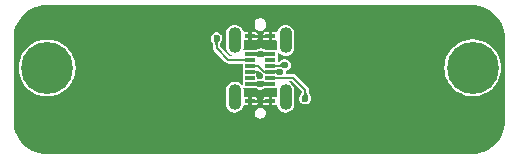
<source format=gbr>
%TF.GenerationSoftware,KiCad,Pcbnew,(6.0.2)*%
%TF.CreationDate,2022-03-01T17:48:04+01:00*%
%TF.ProjectId,daughterboard,64617567-6874-4657-9262-6f6172642e6b,1.0*%
%TF.SameCoordinates,Original*%
%TF.FileFunction,Copper,L2,Bot*%
%TF.FilePolarity,Positive*%
%FSLAX46Y46*%
G04 Gerber Fmt 4.6, Leading zero omitted, Abs format (unit mm)*
G04 Created by KiCad (PCBNEW (6.0.2)) date 2022-03-01 17:48:04*
%MOMM*%
%LPD*%
G01*
G04 APERTURE LIST*
%TA.AperFunction,ComponentPad*%
%ADD10C,4.400000*%
%TD*%
%TA.AperFunction,SMDPad,CuDef*%
%ADD11R,0.870000X0.300000*%
%TD*%
%TA.AperFunction,ComponentPad*%
%ADD12O,1.100000X2.200000*%
%TD*%
%TA.AperFunction,ViaPad*%
%ADD13C,0.600000*%
%TD*%
%TA.AperFunction,Conductor*%
%ADD14C,0.300000*%
%TD*%
%TA.AperFunction,Conductor*%
%ADD15C,0.200000*%
%TD*%
G04 APERTURE END LIST*
D10*
%TO.P,H2,1,1*%
%TO.N,unconnected-(H2-Pad1)*%
X84508000Y-56560000D03*
%TD*%
%TO.P,H1,1,1*%
%TO.N,Net-(FB2-Pad1)*%
X120539000Y-56529000D03*
%TD*%
D11*
%TO.P,J1,A1,GND*%
%TO.N,GND*%
X103416000Y-59380000D03*
%TO.P,J1,A4,VBUS*%
%TO.N,Net-(F1-Pad1)*%
X103416000Y-57880000D03*
%TO.P,J1,A5,CC1*%
%TO.N,Net-(J1-PadA5)*%
X103416000Y-57380000D03*
%TO.P,J1,A6,D+*%
%TO.N,/DUSB+*%
X103416000Y-56880000D03*
%TO.P,J1,A7,D-*%
%TO.N,/DUSB-*%
X103416000Y-56380000D03*
%TO.P,J1,A8,SBU1*%
%TO.N,unconnected-(J1-PadA8)*%
X103416000Y-55880000D03*
%TO.P,J1,A9,VBUS*%
%TO.N,Net-(F1-Pad1)*%
X103416000Y-55380000D03*
%TO.P,J1,A12,GND*%
%TO.N,GND*%
X103416000Y-53880000D03*
%TO.P,J1,B1,GND*%
X101686000Y-53880000D03*
%TO.P,J1,B4,VBUS*%
%TO.N,Net-(F1-Pad1)*%
X101686000Y-55380000D03*
%TO.P,J1,B5,CC2*%
%TO.N,Net-(J1-PadB5)*%
X101686000Y-55880000D03*
%TO.P,J1,B6,D+*%
%TO.N,/DUSB+*%
X101686000Y-56380000D03*
%TO.P,J1,B7,D-*%
%TO.N,/DUSB-*%
X101686000Y-56880000D03*
%TO.P,J1,B8,SBU2*%
%TO.N,unconnected-(J1-PadB8)*%
X101686000Y-57380000D03*
%TO.P,J1,B9,VBUS*%
%TO.N,Net-(F1-Pad1)*%
X101686000Y-57880000D03*
%TO.P,J1,B12,GND*%
%TO.N,GND*%
X101686000Y-59380000D03*
D12*
%TO.P,J1,S1,SHIELD*%
%TO.N,Net-(FB2-Pad1)*%
X104701000Y-59030000D03*
%TO.P,J1,S2*%
%TO.N,N/C*%
X100401000Y-59030000D03*
%TO.P,J1,S3*%
X104701000Y-54230000D03*
%TO.P,J1,S4*%
X100401000Y-54230000D03*
%TD*%
D13*
%TO.N,GND*%
X102548000Y-54460000D03*
X102555000Y-58809000D03*
%TO.N,Net-(F1-Pad1)*%
X102582000Y-55387000D03*
X102549341Y-57911830D03*
%TO.N,/DUSB+*%
X104218000Y-56880500D03*
%TO.N,/DUSB-*%
X104638000Y-56309500D03*
X102520138Y-57212938D03*
%TO.N,Net-(J1-PadA5)*%
X106361000Y-59148000D03*
%TO.N,Net-(J1-PadB5)*%
X98849000Y-54054000D03*
%TD*%
D14*
%TO.N,Net-(F1-Pad1)*%
X102582000Y-55387000D02*
X102577000Y-55387000D01*
X103416000Y-57880000D02*
X102678000Y-57880000D01*
X102577000Y-55387000D02*
X102570000Y-55380000D01*
X102678000Y-57880000D02*
X101686000Y-57880000D01*
X102570000Y-55380000D02*
X101686000Y-55380000D01*
X103416000Y-55380000D02*
X102570000Y-55380000D01*
D15*
%TO.N,/DUSB+*%
X103416000Y-56880000D02*
X104217500Y-56880000D01*
X102393616Y-56380000D02*
X101686000Y-56380000D01*
X104217500Y-56880000D02*
X104218000Y-56880500D01*
X102893616Y-56880000D02*
X102393616Y-56380000D01*
X103416000Y-56880000D02*
X102893616Y-56880000D01*
%TO.N,/DUSB-*%
X102187200Y-56880000D02*
X102520138Y-57212938D01*
X104638000Y-56309500D02*
X104567500Y-56380000D01*
X101686000Y-56880000D02*
X102187200Y-56880000D01*
X104567500Y-56380000D02*
X103416000Y-56380000D01*
%TO.N,Net-(J1-PadA5)*%
X103416000Y-57380000D02*
X105351000Y-57380000D01*
X106361000Y-58390000D02*
X106361000Y-59148000D01*
X105351000Y-57380000D02*
X106361000Y-58390000D01*
%TO.N,Net-(J1-PadB5)*%
X99861000Y-55880000D02*
X98849000Y-54868000D01*
X98849000Y-54868000D02*
X98849000Y-54054000D01*
X101686000Y-55880000D02*
X99861000Y-55880000D01*
%TD*%
%TA.AperFunction,Conductor*%
%TO.N,Net-(J1-PadA5)*%
G36*
X106457968Y-58561427D02*
G01*
X106461388Y-58569298D01*
X106463310Y-58625298D01*
X106469971Y-58681799D01*
X106480574Y-58729770D01*
X106494713Y-58771479D01*
X106511981Y-58809193D01*
X106531970Y-58845182D01*
X106532021Y-58845265D01*
X106532023Y-58845269D01*
X106554274Y-58881713D01*
X106578399Y-58920913D01*
X106578561Y-58921184D01*
X106604054Y-58965225D01*
X106604318Y-58965706D01*
X106627145Y-59009789D01*
X106627906Y-59018710D01*
X106625188Y-59023278D01*
X106369433Y-59289231D01*
X106361229Y-59292819D01*
X106352567Y-59289231D01*
X106096812Y-59023278D01*
X106093547Y-59014939D01*
X106094855Y-59009788D01*
X106117681Y-58965706D01*
X106117945Y-58965225D01*
X106143438Y-58921184D01*
X106143600Y-58920913D01*
X106167725Y-58881713D01*
X106189976Y-58845269D01*
X106189978Y-58845265D01*
X106190029Y-58845182D01*
X106210018Y-58809193D01*
X106227286Y-58771479D01*
X106241425Y-58729770D01*
X106252028Y-58681799D01*
X106258689Y-58625298D01*
X106260612Y-58569298D01*
X106264321Y-58561148D01*
X106272305Y-58558000D01*
X106449695Y-58558000D01*
X106457968Y-58561427D01*
G37*
%TD.AperFunction*%
%TD*%
%TA.AperFunction,Conductor*%
%TO.N,/DUSB+*%
G36*
X101758617Y-56248300D02*
G01*
X101772004Y-56254407D01*
X101791328Y-56261957D01*
X101809997Y-56267854D01*
X101828647Y-56272302D01*
X101828837Y-56272334D01*
X101828844Y-56272335D01*
X101836097Y-56273540D01*
X101847920Y-56275505D01*
X101848086Y-56275522D01*
X101848097Y-56275524D01*
X101868329Y-56277655D01*
X101868341Y-56277656D01*
X101868455Y-56277668D01*
X101868561Y-56277674D01*
X101868582Y-56277676D01*
X101890814Y-56278990D01*
X101890839Y-56278991D01*
X101890890Y-56278994D01*
X101890981Y-56278997D01*
X101890993Y-56278997D01*
X101908982Y-56279497D01*
X101915867Y-56279689D01*
X101944023Y-56279956D01*
X101948093Y-56279962D01*
X101964316Y-56279984D01*
X101972585Y-56283422D01*
X101976000Y-56291684D01*
X101976000Y-56468316D01*
X101972573Y-56476589D01*
X101964317Y-56480016D01*
X101944023Y-56480043D01*
X101915867Y-56480310D01*
X101908982Y-56480502D01*
X101890993Y-56481002D01*
X101890981Y-56481002D01*
X101890890Y-56481005D01*
X101890839Y-56481008D01*
X101890814Y-56481009D01*
X101868582Y-56482323D01*
X101868561Y-56482325D01*
X101868455Y-56482331D01*
X101868341Y-56482343D01*
X101868329Y-56482344D01*
X101848097Y-56484475D01*
X101848086Y-56484477D01*
X101847920Y-56484494D01*
X101836097Y-56486459D01*
X101828844Y-56487664D01*
X101828837Y-56487665D01*
X101828647Y-56487697D01*
X101809997Y-56492145D01*
X101791328Y-56498042D01*
X101772004Y-56505592D01*
X101771859Y-56505658D01*
X101771857Y-56505659D01*
X101758618Y-56511699D01*
X101749668Y-56512016D01*
X101745651Y-56509488D01*
X101619769Y-56388433D01*
X101616181Y-56380229D01*
X101619769Y-56371567D01*
X101702838Y-56291684D01*
X101745651Y-56250512D01*
X101753990Y-56247247D01*
X101758617Y-56248300D01*
G37*
%TD.AperFunction*%
%TD*%
%TA.AperFunction,Conductor*%
%TO.N,/DUSB+*%
G36*
X103356348Y-56750512D02*
G01*
X103491000Y-56880000D01*
X103416000Y-56952124D01*
X103385968Y-56981005D01*
X103356349Y-57009488D01*
X103348010Y-57012753D01*
X103343384Y-57011700D01*
X103329995Y-57005592D01*
X103310671Y-56998042D01*
X103292002Y-56992145D01*
X103273352Y-56987697D01*
X103273162Y-56987665D01*
X103273155Y-56987664D01*
X103265902Y-56986459D01*
X103254079Y-56984494D01*
X103253913Y-56984477D01*
X103253902Y-56984475D01*
X103233670Y-56982344D01*
X103233658Y-56982343D01*
X103233544Y-56982331D01*
X103233438Y-56982325D01*
X103233417Y-56982323D01*
X103211185Y-56981009D01*
X103211160Y-56981008D01*
X103211109Y-56981005D01*
X103211018Y-56981002D01*
X103211006Y-56981002D01*
X103193017Y-56980502D01*
X103186132Y-56980310D01*
X103157976Y-56980043D01*
X103137683Y-56980016D01*
X103129416Y-56976578D01*
X103126000Y-56968316D01*
X103126000Y-56791684D01*
X103129427Y-56783411D01*
X103137684Y-56779984D01*
X103153927Y-56779962D01*
X103157976Y-56779956D01*
X103186132Y-56779689D01*
X103193017Y-56779497D01*
X103211006Y-56778997D01*
X103211018Y-56778997D01*
X103211109Y-56778994D01*
X103211160Y-56778991D01*
X103211185Y-56778990D01*
X103233417Y-56777676D01*
X103233438Y-56777674D01*
X103233544Y-56777668D01*
X103233658Y-56777656D01*
X103233670Y-56777655D01*
X103253902Y-56775524D01*
X103253913Y-56775522D01*
X103254079Y-56775505D01*
X103265902Y-56773540D01*
X103273155Y-56772335D01*
X103273162Y-56772334D01*
X103273352Y-56772302D01*
X103292002Y-56767854D01*
X103310671Y-56761957D01*
X103329995Y-56754407D01*
X103343383Y-56748300D01*
X103352333Y-56747984D01*
X103356348Y-56750512D01*
G37*
%TD.AperFunction*%
%TD*%
%TA.AperFunction,Conductor*%
%TO.N,/DUSB-*%
G36*
X102128011Y-56781753D02*
G01*
X102137588Y-56781993D01*
X102138289Y-56782032D01*
X102204949Y-56787749D01*
X102205787Y-56787851D01*
X102246197Y-56794317D01*
X102262564Y-56796936D01*
X102263486Y-56797122D01*
X102313149Y-56809230D01*
X102314014Y-56809476D01*
X102359425Y-56824325D01*
X102360077Y-56824560D01*
X102404035Y-56841888D01*
X102404356Y-56842020D01*
X102449624Y-56861565D01*
X102449655Y-56861579D01*
X102479695Y-56874654D01*
X102498703Y-56882927D01*
X102498737Y-56882941D01*
X102498758Y-56882950D01*
X102526768Y-56894459D01*
X102554129Y-56905702D01*
X102554243Y-56905744D01*
X102611108Y-56926785D01*
X102617678Y-56932870D01*
X102618746Y-56937529D01*
X102625966Y-57306839D01*
X102622701Y-57315178D01*
X102614039Y-57318766D01*
X102488513Y-57316312D01*
X102245482Y-57311561D01*
X102237279Y-57307973D01*
X102234433Y-57302972D01*
X102224226Y-57265944D01*
X102223974Y-57264818D01*
X102221668Y-57251410D01*
X102221499Y-57249427D01*
X102221499Y-57220102D01*
X102215669Y-57190787D01*
X102215030Y-57189830D01*
X102215028Y-57189826D01*
X102213595Y-57187682D01*
X102211707Y-57182579D01*
X102210573Y-57173151D01*
X102210571Y-57173135D01*
X102205397Y-57129593D01*
X102205397Y-57129591D01*
X102205379Y-57129442D01*
X102198301Y-57089012D01*
X102187152Y-57053117D01*
X102169741Y-57023012D01*
X102143879Y-56999953D01*
X102107377Y-56985197D01*
X102093421Y-56983727D01*
X102068520Y-56981103D01*
X102060652Y-56976828D01*
X102058046Y-56969467D01*
X102058046Y-56791997D01*
X102061473Y-56783724D01*
X102070039Y-56780301D01*
X102128011Y-56781753D01*
G37*
%TD.AperFunction*%
%TD*%
%TA.AperFunction,Conductor*%
%TO.N,/DUSB-*%
G36*
X101758617Y-56748300D02*
G01*
X101772004Y-56754407D01*
X101791328Y-56761957D01*
X101809997Y-56767854D01*
X101828647Y-56772302D01*
X101828837Y-56772334D01*
X101828844Y-56772335D01*
X101836097Y-56773540D01*
X101847920Y-56775505D01*
X101848086Y-56775522D01*
X101848097Y-56775524D01*
X101868329Y-56777655D01*
X101868341Y-56777656D01*
X101868455Y-56777668D01*
X101868561Y-56777674D01*
X101868582Y-56777676D01*
X101890814Y-56778990D01*
X101890839Y-56778991D01*
X101890890Y-56778994D01*
X101890981Y-56778997D01*
X101890993Y-56778997D01*
X101908982Y-56779497D01*
X101915867Y-56779689D01*
X101944023Y-56779956D01*
X101948093Y-56779962D01*
X101964316Y-56779984D01*
X101972585Y-56783422D01*
X101976000Y-56791684D01*
X101976000Y-56968316D01*
X101972573Y-56976589D01*
X101964317Y-56980016D01*
X101944023Y-56980043D01*
X101915867Y-56980310D01*
X101908982Y-56980502D01*
X101890993Y-56981002D01*
X101890981Y-56981002D01*
X101890890Y-56981005D01*
X101890839Y-56981008D01*
X101890814Y-56981009D01*
X101868582Y-56982323D01*
X101868561Y-56982325D01*
X101868455Y-56982331D01*
X101868341Y-56982343D01*
X101868329Y-56982344D01*
X101848097Y-56984475D01*
X101848086Y-56984477D01*
X101847920Y-56984494D01*
X101836097Y-56986459D01*
X101828844Y-56987664D01*
X101828837Y-56987665D01*
X101828647Y-56987697D01*
X101809997Y-56992145D01*
X101791328Y-56998042D01*
X101772004Y-57005592D01*
X101771859Y-57005658D01*
X101771857Y-57005659D01*
X101758618Y-57011699D01*
X101749668Y-57012016D01*
X101745651Y-57009488D01*
X101619769Y-56888433D01*
X101616181Y-56880229D01*
X101619769Y-56871567D01*
X101702838Y-56791684D01*
X101745651Y-56750512D01*
X101753990Y-56747247D01*
X101758617Y-56748300D01*
G37*
%TD.AperFunction*%
%TD*%
%TA.AperFunction,Conductor*%
%TO.N,/DUSB-*%
G36*
X104456175Y-56080751D02*
G01*
X104773569Y-56269031D01*
X104778936Y-56276199D01*
X104777422Y-56285452D01*
X104653648Y-56476658D01*
X104582555Y-56586482D01*
X104576913Y-56595197D01*
X104569540Y-56600280D01*
X104564235Y-56600185D01*
X104509793Y-56586482D01*
X104509222Y-56586323D01*
X104484605Y-56578781D01*
X104479759Y-56575867D01*
X104456342Y-56552450D01*
X104343304Y-56494854D01*
X104218000Y-56475008D01*
X104152955Y-56485310D01*
X104150069Y-56485406D01*
X104143304Y-56484793D01*
X104112993Y-56482044D01*
X104112840Y-56482040D01*
X104112826Y-56482039D01*
X104048883Y-56480308D01*
X104040706Y-56476658D01*
X104037500Y-56468612D01*
X104037500Y-56291268D01*
X104040927Y-56282995D01*
X104048760Y-56279576D01*
X104100709Y-56277620D01*
X104153895Y-56270635D01*
X104160260Y-56269031D01*
X104198593Y-56259371D01*
X104198600Y-56259369D01*
X104198976Y-56259274D01*
X104237875Y-56243767D01*
X104272513Y-56224343D01*
X104304811Y-56201231D01*
X104336689Y-56174662D01*
X104336817Y-56174548D01*
X104370062Y-56144872D01*
X104370069Y-56144865D01*
X104406787Y-56112146D01*
X104406967Y-56111989D01*
X104442660Y-56081872D01*
X104451194Y-56079156D01*
X104456175Y-56080751D01*
G37*
%TD.AperFunction*%
%TD*%
%TA.AperFunction,Conductor*%
%TO.N,/DUSB-*%
G36*
X103488617Y-56248300D02*
G01*
X103502004Y-56254407D01*
X103521328Y-56261957D01*
X103539997Y-56267854D01*
X103558647Y-56272302D01*
X103558837Y-56272334D01*
X103558844Y-56272335D01*
X103566097Y-56273540D01*
X103577920Y-56275505D01*
X103578086Y-56275522D01*
X103578097Y-56275524D01*
X103598329Y-56277655D01*
X103598341Y-56277656D01*
X103598455Y-56277668D01*
X103598561Y-56277674D01*
X103598582Y-56277676D01*
X103620814Y-56278990D01*
X103620839Y-56278991D01*
X103620890Y-56278994D01*
X103620981Y-56278997D01*
X103620993Y-56278997D01*
X103638982Y-56279497D01*
X103645867Y-56279689D01*
X103674023Y-56279956D01*
X103678093Y-56279962D01*
X103694316Y-56279984D01*
X103702585Y-56283422D01*
X103706000Y-56291684D01*
X103706000Y-56468316D01*
X103702573Y-56476589D01*
X103694317Y-56480016D01*
X103674023Y-56480043D01*
X103645867Y-56480310D01*
X103638982Y-56480502D01*
X103620993Y-56481002D01*
X103620981Y-56481002D01*
X103620890Y-56481005D01*
X103620839Y-56481008D01*
X103620814Y-56481009D01*
X103598582Y-56482323D01*
X103598561Y-56482325D01*
X103598455Y-56482331D01*
X103598341Y-56482343D01*
X103598329Y-56482344D01*
X103578097Y-56484475D01*
X103578086Y-56484477D01*
X103577920Y-56484494D01*
X103566097Y-56486459D01*
X103558844Y-56487664D01*
X103558837Y-56487665D01*
X103558647Y-56487697D01*
X103539997Y-56492145D01*
X103521328Y-56498042D01*
X103502004Y-56505592D01*
X103501859Y-56505658D01*
X103501857Y-56505659D01*
X103488618Y-56511699D01*
X103479668Y-56512016D01*
X103475651Y-56509488D01*
X103349769Y-56388433D01*
X103346181Y-56380229D01*
X103349769Y-56371567D01*
X103432838Y-56291684D01*
X103475651Y-56250512D01*
X103483990Y-56247247D01*
X103488617Y-56248300D01*
G37*
%TD.AperFunction*%
%TD*%
%TA.AperFunction,Conductor*%
%TO.N,Net-(J1-PadA5)*%
G36*
X103488617Y-57248300D02*
G01*
X103502004Y-57254407D01*
X103521328Y-57261957D01*
X103539997Y-57267854D01*
X103558647Y-57272302D01*
X103558837Y-57272334D01*
X103558844Y-57272335D01*
X103566097Y-57273540D01*
X103577920Y-57275505D01*
X103578086Y-57275522D01*
X103578097Y-57275524D01*
X103598329Y-57277655D01*
X103598341Y-57277656D01*
X103598455Y-57277668D01*
X103598561Y-57277674D01*
X103598582Y-57277676D01*
X103620814Y-57278990D01*
X103620839Y-57278991D01*
X103620890Y-57278994D01*
X103620981Y-57278997D01*
X103620993Y-57278997D01*
X103638982Y-57279497D01*
X103645867Y-57279689D01*
X103674023Y-57279956D01*
X103678093Y-57279962D01*
X103694316Y-57279984D01*
X103702585Y-57283422D01*
X103706000Y-57291684D01*
X103706000Y-57468316D01*
X103702573Y-57476589D01*
X103694317Y-57480016D01*
X103674023Y-57480043D01*
X103645867Y-57480310D01*
X103638982Y-57480502D01*
X103620993Y-57481002D01*
X103620981Y-57481002D01*
X103620890Y-57481005D01*
X103620839Y-57481008D01*
X103620814Y-57481009D01*
X103598582Y-57482323D01*
X103598561Y-57482325D01*
X103598455Y-57482331D01*
X103598341Y-57482343D01*
X103598329Y-57482344D01*
X103578097Y-57484475D01*
X103578086Y-57484477D01*
X103577920Y-57484494D01*
X103566097Y-57486459D01*
X103558844Y-57487664D01*
X103558837Y-57487665D01*
X103558647Y-57487697D01*
X103539997Y-57492145D01*
X103521328Y-57498042D01*
X103502004Y-57505592D01*
X103501859Y-57505658D01*
X103501857Y-57505659D01*
X103488618Y-57511699D01*
X103479668Y-57512016D01*
X103475651Y-57509488D01*
X103349769Y-57388433D01*
X103346181Y-57380229D01*
X103349769Y-57371567D01*
X103432838Y-57291684D01*
X103475651Y-57250512D01*
X103483990Y-57247247D01*
X103488617Y-57248300D01*
G37*
%TD.AperFunction*%
%TD*%
%TA.AperFunction,Conductor*%
%TO.N,/DUSB+*%
G36*
X103488617Y-56748300D02*
G01*
X103502004Y-56754407D01*
X103521328Y-56761957D01*
X103539997Y-56767854D01*
X103558647Y-56772302D01*
X103558837Y-56772334D01*
X103558844Y-56772335D01*
X103566097Y-56773540D01*
X103577920Y-56775505D01*
X103578086Y-56775522D01*
X103578097Y-56775524D01*
X103598329Y-56777655D01*
X103598341Y-56777656D01*
X103598455Y-56777668D01*
X103598561Y-56777674D01*
X103598582Y-56777676D01*
X103620814Y-56778990D01*
X103620839Y-56778991D01*
X103620890Y-56778994D01*
X103620981Y-56778997D01*
X103620993Y-56778997D01*
X103635136Y-56779390D01*
X103645867Y-56779689D01*
X103674023Y-56779956D01*
X103706000Y-56780000D01*
X103706000Y-56980000D01*
X103674023Y-56980043D01*
X103645867Y-56980310D01*
X103640724Y-56980453D01*
X103640720Y-56980453D01*
X103640538Y-56980458D01*
X103640524Y-56980458D01*
X103620997Y-56981002D01*
X103620996Y-56981002D01*
X103620890Y-56981005D01*
X103612921Y-56981476D01*
X103598582Y-56982323D01*
X103598561Y-56982325D01*
X103598455Y-56982331D01*
X103598341Y-56982343D01*
X103598329Y-56982344D01*
X103578097Y-56984475D01*
X103578086Y-56984477D01*
X103577920Y-56984494D01*
X103566097Y-56986459D01*
X103558844Y-56987664D01*
X103558837Y-56987665D01*
X103558647Y-56987697D01*
X103539997Y-56992145D01*
X103521328Y-56998042D01*
X103502004Y-57005592D01*
X103501859Y-57005658D01*
X103501857Y-57005659D01*
X103488618Y-57011699D01*
X103479668Y-57012016D01*
X103475651Y-57009488D01*
X103463694Y-56997989D01*
X103450268Y-56985078D01*
X103438184Y-56973458D01*
X103416000Y-56952124D01*
X103341000Y-56880000D01*
X103416000Y-56807876D01*
X103475651Y-56750512D01*
X103483990Y-56747247D01*
X103488617Y-56748300D01*
G37*
%TD.AperFunction*%
%TD*%
%TA.AperFunction,Conductor*%
%TO.N,Net-(J1-PadB5)*%
G36*
X98857433Y-53912769D02*
G01*
X99113187Y-54178722D01*
X99116452Y-54187061D01*
X99115144Y-54192212D01*
X99092318Y-54236293D01*
X99092054Y-54236774D01*
X99066561Y-54280815D01*
X99066404Y-54281077D01*
X99042274Y-54320286D01*
X99019970Y-54356817D01*
X98999981Y-54392806D01*
X98982713Y-54430520D01*
X98968574Y-54472229D01*
X98957971Y-54520200D01*
X98951310Y-54576701D01*
X98951302Y-54576945D01*
X98949388Y-54632701D01*
X98945680Y-54640852D01*
X98937695Y-54644000D01*
X98760305Y-54644000D01*
X98752032Y-54640573D01*
X98748612Y-54632702D01*
X98746697Y-54576946D01*
X98746697Y-54576945D01*
X98746689Y-54576701D01*
X98740028Y-54520200D01*
X98729425Y-54472229D01*
X98715286Y-54430520D01*
X98698018Y-54392806D01*
X98678029Y-54356817D01*
X98655725Y-54320286D01*
X98631595Y-54281077D01*
X98631438Y-54280815D01*
X98605945Y-54236774D01*
X98605681Y-54236293D01*
X98599612Y-54224572D01*
X98582855Y-54192211D01*
X98582094Y-54183290D01*
X98584812Y-54178722D01*
X98840567Y-53912769D01*
X98848771Y-53909181D01*
X98857433Y-53912769D01*
G37*
%TD.AperFunction*%
%TD*%
%TA.AperFunction,Conductor*%
%TO.N,Net-(J1-PadB5)*%
G36*
X101626348Y-55750512D02*
G01*
X101669163Y-55791684D01*
X101752231Y-55871567D01*
X101755819Y-55879771D01*
X101752231Y-55888433D01*
X101638251Y-55998042D01*
X101626349Y-56009488D01*
X101618010Y-56012753D01*
X101613384Y-56011700D01*
X101599995Y-56005592D01*
X101580671Y-55998042D01*
X101562002Y-55992145D01*
X101543352Y-55987697D01*
X101543162Y-55987665D01*
X101543155Y-55987664D01*
X101535902Y-55986459D01*
X101524079Y-55984494D01*
X101523913Y-55984477D01*
X101523902Y-55984475D01*
X101503670Y-55982344D01*
X101503658Y-55982343D01*
X101503544Y-55982331D01*
X101503438Y-55982325D01*
X101503417Y-55982323D01*
X101481185Y-55981009D01*
X101481160Y-55981008D01*
X101481109Y-55981005D01*
X101481018Y-55981002D01*
X101481006Y-55981002D01*
X101463017Y-55980502D01*
X101456132Y-55980310D01*
X101427976Y-55980043D01*
X101407683Y-55980016D01*
X101399416Y-55976578D01*
X101396000Y-55968316D01*
X101396000Y-55791684D01*
X101399427Y-55783411D01*
X101407684Y-55779984D01*
X101423927Y-55779962D01*
X101427976Y-55779956D01*
X101456132Y-55779689D01*
X101463017Y-55779497D01*
X101481006Y-55778997D01*
X101481018Y-55778997D01*
X101481109Y-55778994D01*
X101481160Y-55778991D01*
X101481185Y-55778990D01*
X101503417Y-55777676D01*
X101503438Y-55777674D01*
X101503544Y-55777668D01*
X101503658Y-55777656D01*
X101503670Y-55777655D01*
X101523902Y-55775524D01*
X101523913Y-55775522D01*
X101524079Y-55775505D01*
X101535902Y-55773540D01*
X101543155Y-55772335D01*
X101543162Y-55772334D01*
X101543352Y-55772302D01*
X101562002Y-55767854D01*
X101580671Y-55761957D01*
X101599995Y-55754407D01*
X101613383Y-55748300D01*
X101622333Y-55747984D01*
X101626348Y-55750512D01*
G37*
%TD.AperFunction*%
%TD*%
%TA.AperFunction,Conductor*%
%TO.N,/DUSB+*%
G36*
X104093731Y-56616098D02*
G01*
X104359244Y-56872310D01*
X104362818Y-56880520D01*
X104359215Y-56889176D01*
X104092822Y-57144473D01*
X104084478Y-57147723D01*
X104079330Y-57146407D01*
X104035271Y-57123502D01*
X104034793Y-57123239D01*
X103990762Y-57097672D01*
X103990495Y-57097512D01*
X103951300Y-57073336D01*
X103914880Y-57051065D01*
X103914871Y-57051060D01*
X103914770Y-57050998D01*
X103878775Y-57030988D01*
X103878559Y-57030889D01*
X103878549Y-57030884D01*
X103858556Y-57021728D01*
X103841050Y-57013710D01*
X103799326Y-56999568D01*
X103751337Y-56988966D01*
X103738521Y-56987456D01*
X103695057Y-56982336D01*
X103695053Y-56982336D01*
X103694818Y-56982308D01*
X103640720Y-56980453D01*
X103640716Y-56980453D01*
X103627500Y-56980000D01*
X103627500Y-56780000D01*
X103679894Y-56778206D01*
X103694659Y-56777701D01*
X103694668Y-56777700D01*
X103694911Y-56777692D01*
X103695155Y-56777663D01*
X103695159Y-56777663D01*
X103751224Y-56771074D01*
X103751232Y-56771073D01*
X103751510Y-56771040D01*
X103751789Y-56770978D01*
X103751792Y-56770978D01*
X103799255Y-56760521D01*
X103799256Y-56760521D01*
X103799568Y-56760452D01*
X103841359Y-56746333D01*
X103854347Y-56740408D01*
X103878939Y-56729189D01*
X103878947Y-56729185D01*
X103879153Y-56729091D01*
X103915222Y-56709133D01*
X103951840Y-56686865D01*
X103991145Y-56662776D01*
X103991416Y-56662615D01*
X104035583Y-56637158D01*
X104036065Y-56636896D01*
X104080246Y-56614118D01*
X104089169Y-56613372D01*
X104093731Y-56616098D01*
G37*
%TD.AperFunction*%
%TD*%
%TA.AperFunction,Conductor*%
%TO.N,Net-(F1-Pad1)*%
G36*
X102658451Y-57632296D02*
G01*
X102704237Y-57648976D01*
X102751453Y-57666287D01*
X102751506Y-57666306D01*
X102794298Y-57681404D01*
X102794440Y-57681454D01*
X102794525Y-57681481D01*
X102794545Y-57681488D01*
X102835116Y-57694467D01*
X102835235Y-57694505D01*
X102875874Y-57705470D01*
X102918393Y-57714377D01*
X102964829Y-57721255D01*
X103017218Y-57726132D01*
X103052183Y-57727814D01*
X103077466Y-57729031D01*
X103077483Y-57729032D01*
X103077596Y-57729037D01*
X103077681Y-57729038D01*
X103077706Y-57729039D01*
X103122557Y-57729652D01*
X103136460Y-57729842D01*
X103144686Y-57733382D01*
X103148000Y-57741541D01*
X103148000Y-58018515D01*
X103144573Y-58026788D01*
X103136517Y-58030213D01*
X103084068Y-58031186D01*
X103084053Y-58031187D01*
X103083928Y-58031189D01*
X103083777Y-58031199D01*
X103028994Y-58034823D01*
X103028987Y-58034824D01*
X103028801Y-58034836D01*
X103028607Y-58034861D01*
X103028609Y-58034861D01*
X102981178Y-58041023D01*
X102981167Y-58041025D01*
X102980935Y-58041055D01*
X102956301Y-58046246D01*
X102938885Y-58049916D01*
X102938879Y-58049917D01*
X102938649Y-58049966D01*
X102900264Y-58061682D01*
X102878882Y-58070337D01*
X102864300Y-58076240D01*
X102864291Y-58076244D01*
X102864096Y-58076323D01*
X102863912Y-58076414D01*
X102863906Y-58076417D01*
X102828590Y-58093941D01*
X102828577Y-58093948D01*
X102828466Y-58094003D01*
X102791691Y-58114840D01*
X102752091Y-58138950D01*
X102714902Y-58162138D01*
X102706070Y-58163608D01*
X102701543Y-58161455D01*
X102672527Y-58138950D01*
X102400186Y-57927726D01*
X102556906Y-57741196D01*
X102645489Y-57635763D01*
X102653435Y-57631633D01*
X102658451Y-57632296D01*
G37*
%TD.AperFunction*%
%TD*%
%TA.AperFunction,Conductor*%
%TO.N,Net-(F1-Pad1)*%
G36*
X102474113Y-57624961D02*
G01*
X102478153Y-57628557D01*
X102548105Y-57728608D01*
X102696504Y-57940862D01*
X102460276Y-58092634D01*
X102375744Y-58146944D01*
X102366932Y-58148533D01*
X102362255Y-58146350D01*
X102341402Y-58130189D01*
X102341269Y-58130085D01*
X102316744Y-58110506D01*
X102294051Y-58092788D01*
X102294049Y-58092786D01*
X102293951Y-58092710D01*
X102271786Y-58076861D01*
X102249106Y-58063089D01*
X102248769Y-58062929D01*
X102225082Y-58051675D01*
X102225079Y-58051674D01*
X102224770Y-58051527D01*
X102224450Y-58051418D01*
X102224442Y-58051415D01*
X102206986Y-58045484D01*
X102197634Y-58042306D01*
X102166555Y-58035557D01*
X102166270Y-58035524D01*
X102166262Y-58035523D01*
X102130622Y-58031437D01*
X102130613Y-58031436D01*
X102130392Y-58031411D01*
X102130174Y-58031404D01*
X102130164Y-58031403D01*
X102099311Y-58030376D01*
X102091156Y-58026675D01*
X102088000Y-58018682D01*
X102088000Y-57741297D01*
X102091427Y-57733024D01*
X102099289Y-57729604D01*
X102120736Y-57728851D01*
X102143238Y-57728061D01*
X102143464Y-57728035D01*
X102143474Y-57728034D01*
X102189796Y-57722654D01*
X102189799Y-57722653D01*
X102190053Y-57722624D01*
X102190302Y-57722572D01*
X102190309Y-57722571D01*
X102211510Y-57718155D01*
X102230211Y-57714260D01*
X102250478Y-57708099D01*
X102265269Y-57703602D01*
X102265273Y-57703601D01*
X102265479Y-57703538D01*
X102265680Y-57703460D01*
X102265688Y-57703457D01*
X102297454Y-57691095D01*
X102297463Y-57691091D01*
X102297623Y-57691029D01*
X102297766Y-57690965D01*
X102297781Y-57690959D01*
X102328409Y-57677303D01*
X102359555Y-57662952D01*
X102359640Y-57662914D01*
X102392748Y-57648576D01*
X102393231Y-57648382D01*
X102429921Y-57634657D01*
X102430661Y-57634408D01*
X102450182Y-57628557D01*
X102465206Y-57624054D01*
X102474113Y-57624961D01*
G37*
%TD.AperFunction*%
%TD*%
%TA.AperFunction,Conductor*%
%TO.N,Net-(F1-Pad1)*%
G36*
X102463284Y-55119844D02*
G01*
X102731959Y-55390475D01*
X102582141Y-55528010D01*
X102580622Y-55529405D01*
X102580621Y-55529405D01*
X102451028Y-55648374D01*
X102442616Y-55651444D01*
X102437753Y-55650153D01*
X102396873Y-55629068D01*
X102353988Y-55607258D01*
X102353941Y-55607236D01*
X102353910Y-55607220D01*
X102314637Y-55588426D01*
X102314620Y-55588418D01*
X102314523Y-55588372D01*
X102276644Y-55572313D01*
X102238517Y-55558986D01*
X102198309Y-55548297D01*
X102198082Y-55548255D01*
X102154385Y-55540185D01*
X102154369Y-55540183D01*
X102154187Y-55540149D01*
X102153999Y-55540128D01*
X102153989Y-55540126D01*
X102104502Y-55534468D01*
X102104496Y-55534468D01*
X102104317Y-55534447D01*
X102104142Y-55534437D01*
X102104133Y-55534436D01*
X102046994Y-55531102D01*
X102046975Y-55531101D01*
X102046866Y-55531095D01*
X102029260Y-55530807D01*
X101991508Y-55530188D01*
X101983292Y-55526627D01*
X101980000Y-55518490D01*
X101980000Y-55241523D01*
X101983427Y-55233250D01*
X101991521Y-55229824D01*
X102048141Y-55228957D01*
X102048158Y-55228956D01*
X102048247Y-55228955D01*
X102062713Y-55228168D01*
X102106699Y-55225777D01*
X102106707Y-55225776D01*
X102106842Y-55225769D01*
X102157698Y-55220367D01*
X102165634Y-55219011D01*
X102202511Y-55212708D01*
X102202522Y-55212706D01*
X102202725Y-55212671D01*
X102202938Y-55212619D01*
X102202942Y-55212618D01*
X102243634Y-55202654D01*
X102243635Y-55202654D01*
X102243834Y-55202605D01*
X102244023Y-55202545D01*
X102244032Y-55202542D01*
X102282773Y-55190145D01*
X102282779Y-55190143D01*
X102282938Y-55190092D01*
X102321947Y-55175056D01*
X102362774Y-55157420D01*
X102407329Y-55137107D01*
X102450097Y-55117456D01*
X102459044Y-55117115D01*
X102463284Y-55119844D01*
G37*
%TD.AperFunction*%
%TD*%
%TA.AperFunction,Conductor*%
%TO.N,Net-(F1-Pad1)*%
G36*
X102713379Y-55117229D02*
G01*
X102753804Y-55135867D01*
X102753844Y-55135886D01*
X102781606Y-55148814D01*
X102796217Y-55155619D01*
X102835010Y-55173049D01*
X102872027Y-55188156D01*
X102872172Y-55188206D01*
X102872180Y-55188209D01*
X102888230Y-55193742D01*
X102909108Y-55200940D01*
X102909309Y-55200994D01*
X102909319Y-55200997D01*
X102927472Y-55205867D01*
X102948099Y-55211400D01*
X102957207Y-55213134D01*
X102990659Y-55219503D01*
X102990671Y-55219505D01*
X102990840Y-55219537D01*
X103039176Y-55225349D01*
X103094948Y-55228837D01*
X103095100Y-55228840D01*
X103095107Y-55228840D01*
X103148509Y-55229795D01*
X103156720Y-55233369D01*
X103160000Y-55241493D01*
X103160000Y-55518518D01*
X103156573Y-55526791D01*
X103148520Y-55530216D01*
X103096612Y-55531193D01*
X103096598Y-55531194D01*
X103096471Y-55531196D01*
X103096322Y-55531206D01*
X103096319Y-55531206D01*
X103042142Y-55534791D01*
X103042137Y-55534791D01*
X103041963Y-55534803D01*
X102994716Y-55540847D01*
X102994509Y-55540889D01*
X102994498Y-55540891D01*
X102974724Y-55544922D01*
X102952971Y-55549355D01*
X102914969Y-55560353D01*
X102878949Y-55573867D01*
X102843154Y-55589925D01*
X102843062Y-55589971D01*
X102843047Y-55589978D01*
X102805824Y-55608552D01*
X102805783Y-55608573D01*
X102765201Y-55629773D01*
X102765199Y-55629775D01*
X102726784Y-55649830D01*
X102717864Y-55650621D01*
X102713474Y-55648093D01*
X102649914Y-55589978D01*
X102582141Y-55528010D01*
X102432048Y-55390775D01*
X102581852Y-55239275D01*
X102591024Y-55230000D01*
X102700161Y-55119628D01*
X102708414Y-55116154D01*
X102713379Y-55117229D01*
G37*
%TD.AperFunction*%
%TD*%
%TA.AperFunction,Conductor*%
%TO.N,GND*%
G36*
X120445695Y-51246247D02*
G01*
X120457265Y-51248908D01*
X120457267Y-51248908D01*
X120462642Y-51250144D01*
X120474223Y-51247524D01*
X120487781Y-51246393D01*
X120599805Y-51252684D01*
X120773751Y-51262453D01*
X120779211Y-51263068D01*
X121083348Y-51314743D01*
X121088705Y-51315966D01*
X121385140Y-51401367D01*
X121390323Y-51403181D01*
X121675334Y-51521236D01*
X121680277Y-51523616D01*
X121815282Y-51598231D01*
X121950283Y-51672844D01*
X121954928Y-51675762D01*
X122206536Y-51854287D01*
X122210818Y-51857702D01*
X122440847Y-52063268D01*
X122444733Y-52067154D01*
X122650299Y-52297183D01*
X122653714Y-52301465D01*
X122832239Y-52553073D01*
X122835157Y-52557718D01*
X122982911Y-52825056D01*
X122984383Y-52827720D01*
X122986765Y-52832667D01*
X123098761Y-53103050D01*
X123104819Y-53117675D01*
X123106634Y-53122861D01*
X123192035Y-53419296D01*
X123193258Y-53424653D01*
X123244933Y-53728790D01*
X123245548Y-53734250D01*
X123261584Y-54019791D01*
X123260415Y-54033517D01*
X123257857Y-54044643D01*
X123260405Y-54055902D01*
X123261792Y-54062033D01*
X123263000Y-54072847D01*
X123263000Y-61016714D01*
X123261754Y-61027695D01*
X123257857Y-61044642D01*
X123260477Y-61056222D01*
X123261608Y-61069783D01*
X123245548Y-61355751D01*
X123244933Y-61361211D01*
X123193258Y-61665348D01*
X123192035Y-61670705D01*
X123106634Y-61967140D01*
X123104819Y-61972326D01*
X122986767Y-62257330D01*
X122984383Y-62262281D01*
X122835157Y-62532283D01*
X122832239Y-62536928D01*
X122653714Y-62788536D01*
X122650299Y-62792818D01*
X122444733Y-63022847D01*
X122440847Y-63026733D01*
X122210818Y-63232299D01*
X122206536Y-63235714D01*
X121954928Y-63414239D01*
X121950283Y-63417157D01*
X121815282Y-63491770D01*
X121680277Y-63566385D01*
X121675334Y-63568765D01*
X121390326Y-63686819D01*
X121385140Y-63688634D01*
X121088705Y-63774035D01*
X121083348Y-63775258D01*
X120779211Y-63826933D01*
X120773751Y-63827548D01*
X120561758Y-63839454D01*
X120488209Y-63843584D01*
X120474484Y-63842415D01*
X120470119Y-63841412D01*
X120468734Y-63841093D01*
X120468733Y-63841093D01*
X120463358Y-63839857D01*
X120446887Y-63843584D01*
X120445968Y-63843792D01*
X120435154Y-63845000D01*
X84491287Y-63845000D01*
X84480306Y-63843754D01*
X84468736Y-63841093D01*
X84468734Y-63841093D01*
X84463359Y-63839857D01*
X84452053Y-63842415D01*
X84451779Y-63842477D01*
X84438220Y-63843608D01*
X84326196Y-63837317D01*
X84152250Y-63827548D01*
X84146790Y-63826933D01*
X83842653Y-63775258D01*
X83837296Y-63774035D01*
X83540861Y-63688634D01*
X83535675Y-63686819D01*
X83250667Y-63568765D01*
X83245724Y-63566385D01*
X83110719Y-63491770D01*
X82975718Y-63417157D01*
X82971073Y-63414239D01*
X82719465Y-63235714D01*
X82715183Y-63232299D01*
X82485154Y-63026733D01*
X82481268Y-63022847D01*
X82275702Y-62792818D01*
X82272287Y-62788536D01*
X82093762Y-62536928D01*
X82090844Y-62532283D01*
X81941618Y-62262281D01*
X81939234Y-62257330D01*
X81821182Y-61972326D01*
X81819367Y-61967140D01*
X81733966Y-61670705D01*
X81732743Y-61665348D01*
X81681068Y-61361211D01*
X81680453Y-61355751D01*
X81664417Y-61070210D01*
X81665586Y-61056481D01*
X81666908Y-61050734D01*
X81666908Y-61050733D01*
X81668144Y-61045358D01*
X81664209Y-61027967D01*
X81663001Y-61017154D01*
X81663001Y-60343461D01*
X102086734Y-60343461D01*
X102096514Y-60481590D01*
X102146477Y-60610736D01*
X102232205Y-60719482D01*
X102346119Y-60798213D01*
X102426168Y-60823529D01*
X102475485Y-60839126D01*
X102475487Y-60839126D01*
X102478148Y-60839968D01*
X102484907Y-60840500D01*
X102585601Y-60840500D01*
X102637305Y-60832727D01*
X102684312Y-60825660D01*
X102684314Y-60825659D01*
X102687935Y-60825115D01*
X102750349Y-60795144D01*
X102809461Y-60766759D01*
X102809463Y-60766758D01*
X102812763Y-60765173D01*
X102815451Y-60762689D01*
X102815453Y-60762687D01*
X102865300Y-60716609D01*
X102914448Y-60671177D01*
X102983999Y-60551436D01*
X103015266Y-60416539D01*
X103005486Y-60278410D01*
X102955523Y-60149264D01*
X102869795Y-60040518D01*
X102755881Y-59961787D01*
X102669094Y-59934340D01*
X102626515Y-59920874D01*
X102626513Y-59920874D01*
X102623852Y-59920032D01*
X102617093Y-59919500D01*
X102516399Y-59919500D01*
X102464695Y-59927273D01*
X102417688Y-59934340D01*
X102417686Y-59934341D01*
X102414065Y-59934885D01*
X102360343Y-59960682D01*
X102292539Y-59993241D01*
X102292537Y-59993242D01*
X102289237Y-59994827D01*
X102286549Y-59997311D01*
X102286547Y-59997313D01*
X102282113Y-60001412D01*
X102187552Y-60088823D01*
X102185714Y-60091988D01*
X102185712Y-60091990D01*
X102154114Y-60146391D01*
X102118001Y-60208564D01*
X102117174Y-60212132D01*
X102095680Y-60304866D01*
X102086734Y-60343461D01*
X81663001Y-60343461D01*
X81663001Y-56560000D01*
X82102754Y-56560000D01*
X82102851Y-56561542D01*
X82104783Y-56592254D01*
X82121720Y-56861457D01*
X82178319Y-57158160D01*
X82271659Y-57445430D01*
X82272307Y-57446808D01*
X82272309Y-57446812D01*
X82386294Y-57689041D01*
X82400267Y-57718736D01*
X82401094Y-57720039D01*
X82401095Y-57720041D01*
X82423059Y-57754651D01*
X82562115Y-57973768D01*
X82754651Y-58206504D01*
X82755770Y-58207554D01*
X82755772Y-58207557D01*
X82799415Y-58248540D01*
X82974838Y-58413274D01*
X83219205Y-58590816D01*
X83483896Y-58736332D01*
X83662194Y-58806925D01*
X83697966Y-58821088D01*
X83764738Y-58847525D01*
X84057302Y-58922642D01*
X84058819Y-58922834D01*
X84058821Y-58922834D01*
X84110068Y-58929308D01*
X84356973Y-58960500D01*
X84659027Y-58960500D01*
X84905932Y-58929308D01*
X84957179Y-58922834D01*
X84957181Y-58922834D01*
X84958698Y-58922642D01*
X85251262Y-58847525D01*
X85318035Y-58821088D01*
X85353806Y-58806925D01*
X85532104Y-58736332D01*
X85796795Y-58590816D01*
X86041162Y-58413274D01*
X86216585Y-58248540D01*
X86260228Y-58207557D01*
X86260230Y-58207554D01*
X86261349Y-58206504D01*
X86453885Y-57973768D01*
X86592941Y-57754651D01*
X86614905Y-57720041D01*
X86614906Y-57720039D01*
X86615733Y-57718736D01*
X86629706Y-57689041D01*
X86743691Y-57446812D01*
X86743693Y-57446808D01*
X86744341Y-57445430D01*
X86837681Y-57158160D01*
X86894280Y-56861457D01*
X86911217Y-56592254D01*
X86913149Y-56561542D01*
X86913246Y-56560000D01*
X86894280Y-56258543D01*
X86837681Y-55961840D01*
X86744341Y-55674570D01*
X86730438Y-55645023D01*
X86616389Y-55402658D01*
X86615733Y-55401264D01*
X86606345Y-55386470D01*
X86454715Y-55147540D01*
X86453885Y-55146232D01*
X86261349Y-54913496D01*
X86242663Y-54895948D01*
X86058740Y-54723233D01*
X86041162Y-54706726D01*
X85796795Y-54529184D01*
X85532104Y-54383668D01*
X85353806Y-54313075D01*
X85252687Y-54273039D01*
X85252684Y-54273038D01*
X85251262Y-54272475D01*
X84958698Y-54197358D01*
X84957181Y-54197166D01*
X84957179Y-54197166D01*
X84872884Y-54186517D01*
X84659027Y-54159500D01*
X84356973Y-54159500D01*
X84143116Y-54186517D01*
X84058821Y-54197166D01*
X84058819Y-54197166D01*
X84057302Y-54197358D01*
X83764738Y-54272475D01*
X83763316Y-54273038D01*
X83763313Y-54273039D01*
X83662194Y-54313075D01*
X83483896Y-54383668D01*
X83219205Y-54529184D01*
X82974838Y-54706726D01*
X82957260Y-54723233D01*
X82773338Y-54895948D01*
X82754651Y-54913496D01*
X82562115Y-55146232D01*
X82561285Y-55147540D01*
X82409656Y-55386470D01*
X82400267Y-55401264D01*
X82399611Y-55402658D01*
X82285563Y-55645023D01*
X82271659Y-55674570D01*
X82178319Y-55961840D01*
X82121720Y-56258543D01*
X82102754Y-56560000D01*
X81663001Y-56560000D01*
X81663001Y-54073287D01*
X81664247Y-54062306D01*
X81666908Y-54050736D01*
X81666908Y-54050734D01*
X81667577Y-54047823D01*
X98343391Y-54047823D01*
X98343843Y-54051280D01*
X98343843Y-54051283D01*
X98358866Y-54166166D01*
X98361980Y-54189979D01*
X98419720Y-54321203D01*
X98421963Y-54323872D01*
X98421966Y-54323876D01*
X98429830Y-54333230D01*
X98434730Y-54340213D01*
X98458262Y-54380867D01*
X98458345Y-54381009D01*
X98459864Y-54383587D01*
X98459882Y-54383618D01*
X98459964Y-54383755D01*
X98460039Y-54383880D01*
X98461237Y-54385853D01*
X98461266Y-54385901D01*
X98485241Y-54424858D01*
X98485331Y-54425006D01*
X98504656Y-54456658D01*
X98505670Y-54458398D01*
X98518491Y-54481480D01*
X98520195Y-54484852D01*
X98524870Y-54495062D01*
X98528119Y-54502159D01*
X98529972Y-54506823D01*
X98535639Y-54523539D01*
X98537078Y-54528696D01*
X98542048Y-54551182D01*
X98542866Y-54556020D01*
X98546853Y-54589838D01*
X98547161Y-54593893D01*
X98548471Y-54632028D01*
X98548500Y-54633710D01*
X98548500Y-54812374D01*
X98547999Y-54819195D01*
X98546575Y-54823342D01*
X98548039Y-54862352D01*
X98548466Y-54873720D01*
X98548500Y-54875558D01*
X98548500Y-54895948D01*
X98548914Y-54898169D01*
X98549049Y-54899638D01*
X98549637Y-54904926D01*
X98550774Y-54935208D01*
X98552561Y-54939367D01*
X98552561Y-54939368D01*
X98557513Y-54950894D01*
X98560664Y-54961264D01*
X98563791Y-54978053D01*
X98566163Y-54981902D01*
X98566165Y-54981906D01*
X98579691Y-55003849D01*
X98583000Y-55010217D01*
X98591282Y-55029492D01*
X98594964Y-55038063D01*
X98598978Y-55042949D01*
X98607476Y-55051447D01*
X98614540Y-55060383D01*
X98620157Y-55069496D01*
X98620159Y-55069498D01*
X98622532Y-55073348D01*
X98626134Y-55076087D01*
X98626135Y-55076088D01*
X98648460Y-55093064D01*
X98653449Y-55097420D01*
X99609179Y-56053150D01*
X99613648Y-56058327D01*
X99615575Y-56062269D01*
X99618891Y-56065345D01*
X99652541Y-56096560D01*
X99653865Y-56097836D01*
X99668277Y-56112248D01*
X99670134Y-56113522D01*
X99671271Y-56114467D01*
X99675427Y-56117790D01*
X99697646Y-56138401D01*
X99701841Y-56140075D01*
X99701848Y-56140079D01*
X99713509Y-56144731D01*
X99723067Y-56149834D01*
X99737146Y-56159492D01*
X99741548Y-56160537D01*
X99741549Y-56160537D01*
X99748406Y-56162164D01*
X99766631Y-56166489D01*
X99773473Y-56168653D01*
X99798403Y-56178599D01*
X99798405Y-56178599D01*
X99801622Y-56179883D01*
X99805067Y-56180221D01*
X99805068Y-56180221D01*
X99806729Y-56180384D01*
X99806735Y-56180384D01*
X99807915Y-56180500D01*
X99819936Y-56180500D01*
X99831250Y-56181824D01*
X99841662Y-56184295D01*
X99841663Y-56184295D01*
X99846066Y-56185340D01*
X99878338Y-56180948D01*
X99884946Y-56180500D01*
X101001500Y-56180500D01*
X101036148Y-56194852D01*
X101050500Y-56229500D01*
X101050500Y-56549748D01*
X101062133Y-56608231D01*
X101064403Y-56611628D01*
X101064403Y-56648372D01*
X101062133Y-56651769D01*
X101050500Y-56710252D01*
X101050500Y-57049748D01*
X101062133Y-57108231D01*
X101064403Y-57111628D01*
X101064403Y-57148372D01*
X101062133Y-57151769D01*
X101050500Y-57210252D01*
X101050500Y-57549748D01*
X101062133Y-57608231D01*
X101064403Y-57611628D01*
X101064403Y-57648372D01*
X101062133Y-57651769D01*
X101050500Y-57710252D01*
X101050500Y-57947545D01*
X101036148Y-57982193D01*
X101001500Y-57996545D01*
X100967802Y-57983118D01*
X100855695Y-57876918D01*
X100853628Y-57874960D01*
X100844706Y-57869778D01*
X100704763Y-57788492D01*
X100704758Y-57788490D01*
X100702298Y-57787061D01*
X100699569Y-57786235D01*
X100699568Y-57786234D01*
X100537532Y-57737158D01*
X100537529Y-57737158D01*
X100534807Y-57736333D01*
X100424664Y-57729500D01*
X100362978Y-57725673D01*
X100362976Y-57725673D01*
X100360138Y-57725497D01*
X100187660Y-57755134D01*
X100185040Y-57756249D01*
X100185036Y-57756250D01*
X100112626Y-57787061D01*
X100026627Y-57823654D01*
X99885676Y-57927383D01*
X99883834Y-57929551D01*
X99883832Y-57929553D01*
X99781719Y-58049748D01*
X99772368Y-58060755D01*
X99692781Y-58216616D01*
X99689499Y-58230030D01*
X99651703Y-58384487D01*
X99651702Y-58384493D01*
X99651185Y-58386606D01*
X99650500Y-58397648D01*
X99650500Y-59623822D01*
X99665657Y-59753828D01*
X99725369Y-59918331D01*
X99726928Y-59920708D01*
X99726929Y-59920711D01*
X99753860Y-59961787D01*
X99821323Y-60064685D01*
X99948372Y-60185040D01*
X99950834Y-60186470D01*
X100097237Y-60271508D01*
X100097242Y-60271510D01*
X100099702Y-60272939D01*
X100102431Y-60273765D01*
X100102432Y-60273766D01*
X100264468Y-60322842D01*
X100264471Y-60322842D01*
X100267193Y-60323667D01*
X100354528Y-60329085D01*
X100439022Y-60334327D01*
X100439024Y-60334327D01*
X100441862Y-60334503D01*
X100614340Y-60304866D01*
X100616960Y-60303751D01*
X100616964Y-60303750D01*
X100772750Y-60237462D01*
X100772749Y-60237462D01*
X100775373Y-60236346D01*
X100916324Y-60132617D01*
X100950840Y-60091990D01*
X101027791Y-60001412D01*
X101029632Y-59999245D01*
X101048759Y-59961787D01*
X101107926Y-59845917D01*
X101107927Y-59845914D01*
X101109219Y-59843384D01*
X101130193Y-59757669D01*
X101152369Y-59727425D01*
X101187348Y-59721258D01*
X101228938Y-59729531D01*
X101233705Y-59730000D01*
X101526253Y-59730000D01*
X101533145Y-59727145D01*
X101536000Y-59720253D01*
X101836000Y-59720253D01*
X101838855Y-59727145D01*
X101845747Y-59730000D01*
X102138295Y-59730000D01*
X102143052Y-59729532D01*
X102194303Y-59719337D01*
X102203049Y-59715715D01*
X102261181Y-59676872D01*
X102267872Y-59670181D01*
X102306715Y-59612049D01*
X102310337Y-59603303D01*
X102320532Y-59552052D01*
X102321000Y-59547295D01*
X102781000Y-59547295D01*
X102781468Y-59552052D01*
X102791663Y-59603303D01*
X102795285Y-59612049D01*
X102834128Y-59670181D01*
X102840819Y-59676872D01*
X102898951Y-59715715D01*
X102907697Y-59719337D01*
X102958948Y-59729532D01*
X102963705Y-59730000D01*
X103256253Y-59730000D01*
X103263145Y-59727145D01*
X103266000Y-59720253D01*
X103266000Y-59539747D01*
X103263145Y-59532855D01*
X103256253Y-59530000D01*
X102790747Y-59530000D01*
X102783855Y-59532855D01*
X102781000Y-59539747D01*
X102781000Y-59547295D01*
X102321000Y-59547295D01*
X102321000Y-59539747D01*
X102318145Y-59532855D01*
X102311253Y-59530000D01*
X101845747Y-59530000D01*
X101838855Y-59532855D01*
X101836000Y-59539747D01*
X101836000Y-59720253D01*
X101536000Y-59720253D01*
X101536000Y-59220253D01*
X101836000Y-59220253D01*
X101838855Y-59227145D01*
X101845747Y-59230000D01*
X102311253Y-59230000D01*
X102318145Y-59227145D01*
X102321000Y-59220253D01*
X102781000Y-59220253D01*
X102783855Y-59227145D01*
X102790747Y-59230000D01*
X103256253Y-59230000D01*
X103263145Y-59227145D01*
X103266000Y-59220253D01*
X103266000Y-59039747D01*
X103263145Y-59032855D01*
X103256253Y-59030000D01*
X102963705Y-59030000D01*
X102958948Y-59030468D01*
X102907697Y-59040663D01*
X102898951Y-59044285D01*
X102840819Y-59083128D01*
X102834128Y-59089819D01*
X102795285Y-59147951D01*
X102791663Y-59156697D01*
X102781468Y-59207948D01*
X102781000Y-59212705D01*
X102781000Y-59220253D01*
X102321000Y-59220253D01*
X102321000Y-59212705D01*
X102320532Y-59207948D01*
X102310337Y-59156697D01*
X102306715Y-59147951D01*
X102267872Y-59089819D01*
X102261181Y-59083128D01*
X102203049Y-59044285D01*
X102194303Y-59040663D01*
X102143052Y-59030468D01*
X102138295Y-59030000D01*
X101845747Y-59030000D01*
X101838855Y-59032855D01*
X101836000Y-59039747D01*
X101836000Y-59220253D01*
X101536000Y-59220253D01*
X101536000Y-59039747D01*
X101533145Y-59032855D01*
X101526253Y-59030000D01*
X101233705Y-59030000D01*
X101228945Y-59030469D01*
X101210058Y-59034225D01*
X101173276Y-59026907D01*
X101152441Y-58995724D01*
X101151500Y-58986166D01*
X101151500Y-58436178D01*
X101136343Y-58306172D01*
X101135370Y-58303492D01*
X101135369Y-58303487D01*
X101129024Y-58286006D01*
X101130692Y-58248540D01*
X101158364Y-58223228D01*
X101184639Y-58221228D01*
X101231252Y-58230500D01*
X102098904Y-58230500D01*
X102100532Y-58230527D01*
X102113674Y-58230964D01*
X102117618Y-58231255D01*
X102126649Y-58232291D01*
X102131427Y-58232839D01*
X102136236Y-58233635D01*
X102141281Y-58234730D01*
X102156314Y-58240729D01*
X102160009Y-58242972D01*
X102163046Y-58244976D01*
X102173387Y-58252371D01*
X102174970Y-58253555D01*
X102192623Y-58267337D01*
X102193031Y-58267660D01*
X102193863Y-58268324D01*
X102200806Y-58275092D01*
X102207260Y-58282769D01*
X102212311Y-58288778D01*
X102331654Y-58368220D01*
X102468498Y-58410972D01*
X102471988Y-58411036D01*
X102491899Y-58411401D01*
X102611840Y-58413600D01*
X102750158Y-58375890D01*
X102753129Y-58374066D01*
X102753131Y-58374065D01*
X102869358Y-58302701D01*
X102872332Y-58300875D01*
X102873607Y-58299466D01*
X102876913Y-58297107D01*
X102892356Y-58287705D01*
X102893681Y-58286926D01*
X102921112Y-58271383D01*
X102923489Y-58270121D01*
X102944538Y-58259677D01*
X102947912Y-58258159D01*
X102953929Y-58255723D01*
X102960797Y-58252943D01*
X102965096Y-58251203D01*
X102969174Y-58249758D01*
X102986504Y-58244468D01*
X102990680Y-58243393D01*
X102997540Y-58241948D01*
X103012621Y-58238770D01*
X103016385Y-58238130D01*
X103046789Y-58234179D01*
X103049842Y-58233881D01*
X103066903Y-58232752D01*
X103091221Y-58231144D01*
X103093546Y-58231045D01*
X103121689Y-58230523D01*
X103122485Y-58230508D01*
X103123393Y-58230500D01*
X103870748Y-58230500D01*
X103920019Y-58220699D01*
X103956799Y-58228016D01*
X103977635Y-58259199D01*
X103977172Y-58280405D01*
X103951703Y-58384487D01*
X103951702Y-58384493D01*
X103951185Y-58386606D01*
X103950500Y-58397648D01*
X103950500Y-58986166D01*
X103936148Y-59020814D01*
X103901500Y-59035166D01*
X103891942Y-59034225D01*
X103873055Y-59030469D01*
X103868295Y-59030000D01*
X103575747Y-59030000D01*
X103568855Y-59032855D01*
X103566000Y-59039747D01*
X103566000Y-59720253D01*
X103568855Y-59727145D01*
X103575747Y-59730000D01*
X103868295Y-59730000D01*
X103873062Y-59729531D01*
X103909967Y-59722190D01*
X103946749Y-59729506D01*
X103964059Y-59754408D01*
X103965657Y-59753828D01*
X104025369Y-59918331D01*
X104026928Y-59920708D01*
X104026929Y-59920711D01*
X104053860Y-59961787D01*
X104121323Y-60064685D01*
X104248372Y-60185040D01*
X104250834Y-60186470D01*
X104397237Y-60271508D01*
X104397242Y-60271510D01*
X104399702Y-60272939D01*
X104402431Y-60273765D01*
X104402432Y-60273766D01*
X104564468Y-60322842D01*
X104564471Y-60322842D01*
X104567193Y-60323667D01*
X104654528Y-60329085D01*
X104739022Y-60334327D01*
X104739024Y-60334327D01*
X104741862Y-60334503D01*
X104914340Y-60304866D01*
X104916960Y-60303751D01*
X104916964Y-60303750D01*
X105072750Y-60237462D01*
X105072749Y-60237462D01*
X105075373Y-60236346D01*
X105216324Y-60132617D01*
X105250840Y-60091990D01*
X105327791Y-60001412D01*
X105329632Y-59999245D01*
X105409219Y-59843384D01*
X105431133Y-59753828D01*
X105450297Y-59675513D01*
X105450298Y-59675507D01*
X105450815Y-59673394D01*
X105451500Y-59662352D01*
X105451500Y-58436178D01*
X105436343Y-58306172D01*
X105376631Y-58141669D01*
X105280677Y-57995315D01*
X105153628Y-57874960D01*
X105144706Y-57869778D01*
X105004763Y-57788492D01*
X105004758Y-57788490D01*
X105002298Y-57787061D01*
X104999568Y-57786234D01*
X104992504Y-57784095D01*
X104967083Y-57776396D01*
X104938084Y-57752617D01*
X104934392Y-57715296D01*
X104958171Y-57686296D01*
X104981288Y-57680500D01*
X105206233Y-57680500D01*
X105240881Y-57694852D01*
X106046148Y-58500119D01*
X106060500Y-58534767D01*
X106060500Y-58568295D01*
X106060471Y-58569976D01*
X106059162Y-58608100D01*
X106058854Y-58612157D01*
X106054866Y-58645981D01*
X106054048Y-58650819D01*
X106049078Y-58673304D01*
X106047639Y-58678460D01*
X106041972Y-58695176D01*
X106040119Y-58699840D01*
X106032195Y-58717147D01*
X106030491Y-58720519D01*
X106017663Y-58743614D01*
X106016661Y-58745333D01*
X105997202Y-58777202D01*
X105997151Y-58777287D01*
X105973272Y-58816087D01*
X105971934Y-58818293D01*
X105971772Y-58818564D01*
X105970345Y-58820990D01*
X105970305Y-58821059D01*
X105970288Y-58821088D01*
X105950614Y-58855076D01*
X105944934Y-58862963D01*
X105938377Y-58870388D01*
X105936896Y-58873543D01*
X105936895Y-58873544D01*
X105928577Y-58891261D01*
X105877447Y-59000163D01*
X105872357Y-59032855D01*
X105855927Y-59138377D01*
X105855927Y-59138381D01*
X105855391Y-59141823D01*
X105855843Y-59145280D01*
X105855843Y-59145283D01*
X105864660Y-59212705D01*
X105873980Y-59283979D01*
X105931720Y-59415203D01*
X106023970Y-59524948D01*
X106143313Y-59604390D01*
X106146645Y-59605431D01*
X106167864Y-59612060D01*
X106280157Y-59647142D01*
X106283647Y-59647206D01*
X106303558Y-59647571D01*
X106423499Y-59649770D01*
X106561817Y-59612060D01*
X106564788Y-59610236D01*
X106564790Y-59610235D01*
X106681018Y-59538871D01*
X106681021Y-59538869D01*
X106683991Y-59537045D01*
X106693188Y-59526885D01*
X106777855Y-59433345D01*
X106777856Y-59433344D01*
X106780200Y-59430754D01*
X106787735Y-59415203D01*
X106841189Y-59304872D01*
X106842710Y-59301733D01*
X106845160Y-59287174D01*
X106866183Y-59162216D01*
X106866183Y-59162213D01*
X106866496Y-59160354D01*
X106866647Y-59148000D01*
X106846323Y-59006082D01*
X106786984Y-58875572D01*
X106778594Y-58865835D01*
X106773307Y-58858398D01*
X106771384Y-58855076D01*
X106751654Y-58820990D01*
X106750227Y-58818564D01*
X106750065Y-58818293D01*
X106748727Y-58816087D01*
X106724848Y-58777287D01*
X106724797Y-58777202D01*
X106705338Y-58745333D01*
X106704336Y-58743614D01*
X106691508Y-58720519D01*
X106689804Y-58717147D01*
X106681880Y-58699840D01*
X106680027Y-58695176D01*
X106674360Y-58678460D01*
X106672921Y-58673304D01*
X106667951Y-58650819D01*
X106667133Y-58645981D01*
X106663145Y-58612157D01*
X106662837Y-58608100D01*
X106661529Y-58569985D01*
X106661500Y-58568304D01*
X106661500Y-58445629D01*
X106662001Y-58438808D01*
X106663426Y-58434658D01*
X106661534Y-58384264D01*
X106661500Y-58382427D01*
X106661500Y-58362052D01*
X106661087Y-58359832D01*
X106660948Y-58358331D01*
X106660363Y-58353076D01*
X106659396Y-58327311D01*
X106659396Y-58327309D01*
X106659226Y-58322792D01*
X106657442Y-58318639D01*
X106657441Y-58318636D01*
X106652487Y-58307106D01*
X106649336Y-58296736D01*
X106647037Y-58284392D01*
X106647037Y-58284391D01*
X106646209Y-58279947D01*
X106643837Y-58276098D01*
X106643835Y-58276094D01*
X106630309Y-58254151D01*
X106627000Y-58247783D01*
X106616399Y-58223109D01*
X106616398Y-58223108D01*
X106615036Y-58219937D01*
X106611023Y-58215051D01*
X106602522Y-58206550D01*
X106595458Y-58197614D01*
X106589842Y-58188504D01*
X106587468Y-58184652D01*
X106561538Y-58164935D01*
X106556550Y-58160579D01*
X105602821Y-57206850D01*
X105598352Y-57201673D01*
X105596425Y-57197731D01*
X105559459Y-57163440D01*
X105558135Y-57162164D01*
X105543723Y-57147752D01*
X105541866Y-57146478D01*
X105540729Y-57145533D01*
X105536572Y-57142209D01*
X105517668Y-57124673D01*
X105514354Y-57121599D01*
X105510159Y-57119925D01*
X105510152Y-57119921D01*
X105498491Y-57115269D01*
X105488931Y-57110165D01*
X105479207Y-57103494D01*
X105474854Y-57100508D01*
X105470452Y-57099463D01*
X105470451Y-57099463D01*
X105461163Y-57097259D01*
X105445369Y-57093511D01*
X105438527Y-57091347D01*
X105413597Y-57081401D01*
X105413595Y-57081401D01*
X105410378Y-57080117D01*
X105406933Y-57079779D01*
X105406932Y-57079779D01*
X105405271Y-57079616D01*
X105405265Y-57079616D01*
X105404085Y-57079500D01*
X105392064Y-57079500D01*
X105380750Y-57078176D01*
X105370338Y-57075705D01*
X105370337Y-57075705D01*
X105365934Y-57074660D01*
X105340099Y-57078176D01*
X105333662Y-57079052D01*
X105327054Y-57079500D01*
X104750027Y-57079500D01*
X104715379Y-57065148D01*
X104701027Y-57030500D01*
X104701706Y-57022370D01*
X104723183Y-56894716D01*
X104723183Y-56894713D01*
X104723496Y-56892854D01*
X104723647Y-56880500D01*
X104719370Y-56850637D01*
X104728665Y-56814304D01*
X104754985Y-56796415D01*
X104838817Y-56773560D01*
X104841788Y-56771736D01*
X104841790Y-56771735D01*
X104958018Y-56700371D01*
X104958021Y-56700369D01*
X104960991Y-56698545D01*
X104999043Y-56656506D01*
X105054855Y-56594845D01*
X105054856Y-56594844D01*
X105057200Y-56592254D01*
X105087846Y-56529000D01*
X118133754Y-56529000D01*
X118152720Y-56830457D01*
X118209319Y-57127160D01*
X118302659Y-57414430D01*
X118303307Y-57415808D01*
X118303309Y-57415812D01*
X118412922Y-57648750D01*
X118431267Y-57687736D01*
X118432094Y-57689039D01*
X118432095Y-57689041D01*
X118462631Y-57737158D01*
X118593115Y-57942768D01*
X118785651Y-58175504D01*
X118786770Y-58176554D01*
X118786772Y-58176557D01*
X118852339Y-58238128D01*
X119005838Y-58382274D01*
X119250205Y-58559816D01*
X119251556Y-58560559D01*
X119251558Y-58560560D01*
X119267165Y-58569140D01*
X119514896Y-58705332D01*
X119795738Y-58816525D01*
X120088302Y-58891642D01*
X120089819Y-58891834D01*
X120089821Y-58891834D01*
X120141680Y-58898385D01*
X120387973Y-58929500D01*
X120690027Y-58929500D01*
X120936320Y-58898385D01*
X120988179Y-58891834D01*
X120988181Y-58891834D01*
X120989698Y-58891642D01*
X121282262Y-58816525D01*
X121563104Y-58705332D01*
X121810835Y-58569140D01*
X121826442Y-58560560D01*
X121826444Y-58560559D01*
X121827795Y-58559816D01*
X122072162Y-58382274D01*
X122225661Y-58238128D01*
X122291228Y-58176557D01*
X122291230Y-58176554D01*
X122292349Y-58175504D01*
X122484885Y-57942768D01*
X122615369Y-57737158D01*
X122645905Y-57689041D01*
X122645906Y-57689039D01*
X122646733Y-57687736D01*
X122665078Y-57648750D01*
X122774691Y-57415812D01*
X122774693Y-57415808D01*
X122775341Y-57414430D01*
X122868681Y-57127160D01*
X122925280Y-56830457D01*
X122944246Y-56529000D01*
X122925280Y-56227543D01*
X122868681Y-55930840D01*
X122775341Y-55643570D01*
X122768956Y-55630000D01*
X122647389Y-55371658D01*
X122646733Y-55370264D01*
X122621465Y-55330447D01*
X122485715Y-55116540D01*
X122484885Y-55115232D01*
X122432118Y-55051447D01*
X122399037Y-55011460D01*
X122292349Y-54882496D01*
X122283969Y-54874626D01*
X122159648Y-54757881D01*
X122072162Y-54675726D01*
X121870463Y-54529184D01*
X121829045Y-54499092D01*
X121829043Y-54499091D01*
X121827795Y-54498184D01*
X121563104Y-54352668D01*
X121360559Y-54272475D01*
X121283687Y-54242039D01*
X121283684Y-54242038D01*
X121282262Y-54241475D01*
X120989698Y-54166358D01*
X120988181Y-54166166D01*
X120988179Y-54166166D01*
X120935412Y-54159500D01*
X120690027Y-54128500D01*
X120387973Y-54128500D01*
X120142588Y-54159500D01*
X120089821Y-54166166D01*
X120089819Y-54166166D01*
X120088302Y-54166358D01*
X119795738Y-54241475D01*
X119794316Y-54242038D01*
X119794313Y-54242039D01*
X119717441Y-54272475D01*
X119514896Y-54352668D01*
X119250205Y-54498184D01*
X119248957Y-54499091D01*
X119248955Y-54499092D01*
X119207537Y-54529184D01*
X119005838Y-54675726D01*
X118918352Y-54757881D01*
X118794032Y-54874626D01*
X118785651Y-54882496D01*
X118678963Y-55011460D01*
X118645883Y-55051447D01*
X118593115Y-55115232D01*
X118592285Y-55116540D01*
X118456536Y-55330447D01*
X118431267Y-55370264D01*
X118430611Y-55371658D01*
X118309045Y-55630000D01*
X118302659Y-55643570D01*
X118209319Y-55930840D01*
X118152720Y-56227543D01*
X118133754Y-56529000D01*
X105087846Y-56529000D01*
X105119710Y-56463233D01*
X105140122Y-56341913D01*
X105143183Y-56323716D01*
X105143183Y-56323713D01*
X105143496Y-56321854D01*
X105143647Y-56309500D01*
X105123323Y-56167582D01*
X105063984Y-56037072D01*
X105054883Y-56026509D01*
X104972680Y-55931109D01*
X104970400Y-55928463D01*
X104850095Y-55850485D01*
X104712739Y-55809407D01*
X104641681Y-55808973D01*
X104572868Y-55808552D01*
X104572866Y-55808552D01*
X104569376Y-55808531D01*
X104566021Y-55809490D01*
X104566020Y-55809490D01*
X104541881Y-55816389D01*
X104431529Y-55847928D01*
X104310280Y-55924430D01*
X104307972Y-55927043D01*
X104307971Y-55927044D01*
X104286812Y-55951002D01*
X104281687Y-55956013D01*
X104278041Y-55959089D01*
X104277990Y-55959133D01*
X104275503Y-55961266D01*
X104275323Y-55961423D01*
X104273731Y-55962827D01*
X104237013Y-55995546D01*
X104236967Y-55995495D01*
X104236809Y-55995594D01*
X104236876Y-55995669D01*
X104206653Y-56022647D01*
X104205420Y-56023711D01*
X104183814Y-56041720D01*
X104180970Y-56043917D01*
X104167265Y-56053724D01*
X104162731Y-56056605D01*
X104154374Y-56061292D01*
X104148564Y-56064064D01*
X104140249Y-56067379D01*
X104134088Y-56069373D01*
X104119071Y-56073157D01*
X104113482Y-56074224D01*
X104106884Y-56075091D01*
X104070661Y-56065376D01*
X104051918Y-56032893D01*
X104051500Y-56026509D01*
X104051500Y-55710252D01*
X104039867Y-55651769D01*
X104037597Y-55648372D01*
X104037597Y-55611628D01*
X104039867Y-55608231D01*
X104051500Y-55549748D01*
X104051500Y-55312455D01*
X104065852Y-55277807D01*
X104100500Y-55263455D01*
X104134198Y-55276882D01*
X104232774Y-55370264D01*
X104248372Y-55385040D01*
X104250834Y-55386470D01*
X104397237Y-55471508D01*
X104397242Y-55471510D01*
X104399702Y-55472939D01*
X104402431Y-55473765D01*
X104402432Y-55473766D01*
X104564468Y-55522842D01*
X104564471Y-55522842D01*
X104567193Y-55523667D01*
X104654527Y-55529085D01*
X104739022Y-55534327D01*
X104739024Y-55534327D01*
X104741862Y-55534503D01*
X104914340Y-55504866D01*
X104916960Y-55503751D01*
X104916964Y-55503750D01*
X105072750Y-55437462D01*
X105072749Y-55437462D01*
X105075373Y-55436346D01*
X105216324Y-55332617D01*
X105263675Y-55276882D01*
X105327791Y-55201412D01*
X105329632Y-55199245D01*
X105409219Y-55043384D01*
X105422401Y-54989513D01*
X105450297Y-54875513D01*
X105450298Y-54875507D01*
X105450815Y-54873394D01*
X105451500Y-54862352D01*
X105451500Y-53636178D01*
X105436343Y-53506172D01*
X105376631Y-53341669D01*
X105354607Y-53308076D01*
X105323581Y-53260755D01*
X105280677Y-53195315D01*
X105153628Y-53074960D01*
X105118901Y-53054789D01*
X105004763Y-52988492D01*
X105004758Y-52988490D01*
X105002298Y-52987061D01*
X104999569Y-52986235D01*
X104999568Y-52986234D01*
X104837532Y-52937158D01*
X104837529Y-52937158D01*
X104834807Y-52936333D01*
X104747473Y-52930915D01*
X104662978Y-52925673D01*
X104662976Y-52925673D01*
X104660138Y-52925497D01*
X104487660Y-52955134D01*
X104485040Y-52956249D01*
X104485036Y-52956250D01*
X104400619Y-52992170D01*
X104326627Y-53023654D01*
X104185676Y-53127383D01*
X104072368Y-53260755D01*
X104071076Y-53263284D01*
X104071076Y-53263285D01*
X104029687Y-53344341D01*
X103992781Y-53416616D01*
X103985801Y-53445142D01*
X103971807Y-53502331D01*
X103949631Y-53532575D01*
X103914652Y-53538742D01*
X103873062Y-53530469D01*
X103868295Y-53530000D01*
X103575747Y-53530000D01*
X103568855Y-53532855D01*
X103566000Y-53539747D01*
X103566000Y-54220253D01*
X103568855Y-54227145D01*
X103575747Y-54230000D01*
X103868295Y-54230000D01*
X103873055Y-54229531D01*
X103891942Y-54225775D01*
X103928724Y-54233093D01*
X103949559Y-54264276D01*
X103950500Y-54273834D01*
X103950500Y-54823822D01*
X103965657Y-54953828D01*
X103966629Y-54956505D01*
X103966631Y-54956513D01*
X103972976Y-54973994D01*
X103971308Y-55011460D01*
X103943636Y-55036772D01*
X103917361Y-55038772D01*
X103870748Y-55029500D01*
X103134228Y-55029500D01*
X103133352Y-55029492D01*
X103132593Y-55029478D01*
X103104072Y-55028968D01*
X103101890Y-55028880D01*
X103058788Y-55026184D01*
X103055998Y-55025930D01*
X103023167Y-55021983D01*
X103019851Y-55021468D01*
X102994846Y-55016707D01*
X102994818Y-55016702D01*
X102994814Y-55016701D01*
X102994614Y-55016663D01*
X102994615Y-55016656D01*
X102991034Y-55015847D01*
X102979288Y-55012696D01*
X102969339Y-55010027D01*
X102966073Y-55009027D01*
X102953418Y-55004664D01*
X102953413Y-55004662D01*
X102943749Y-55001330D01*
X102941215Y-55000377D01*
X102914592Y-54989513D01*
X102913037Y-54988846D01*
X102889015Y-54978053D01*
X102879744Y-54973887D01*
X102879141Y-54973611D01*
X102866199Y-54967584D01*
X102866186Y-54967578D01*
X102866035Y-54967508D01*
X102838273Y-54954580D01*
X102838282Y-54954560D01*
X102838173Y-54954536D01*
X102837543Y-54954241D01*
X102837409Y-54954179D01*
X102830547Y-54951015D01*
X102824411Y-54947635D01*
X102797025Y-54929884D01*
X102797024Y-54929884D01*
X102794095Y-54927985D01*
X102656739Y-54886907D01*
X102585681Y-54886473D01*
X102516868Y-54886052D01*
X102516866Y-54886052D01*
X102513376Y-54886031D01*
X102510021Y-54886990D01*
X102510020Y-54886990D01*
X102420962Y-54912443D01*
X102375529Y-54925428D01*
X102372579Y-54927289D01*
X102372573Y-54927292D01*
X102342180Y-54946469D01*
X102336491Y-54949554D01*
X102324155Y-54955222D01*
X102324144Y-54955199D01*
X102324025Y-54955282D01*
X102310903Y-54961264D01*
X102282045Y-54974420D01*
X102281175Y-54974806D01*
X102247174Y-54989494D01*
X102245410Y-54990215D01*
X102217770Y-55000868D01*
X102215098Y-55001810D01*
X102191129Y-55009480D01*
X102187850Y-55010405D01*
X102163725Y-55016313D01*
X102160326Y-55017018D01*
X102148231Y-55019085D01*
X102132118Y-55021839D01*
X102132114Y-55021840D01*
X102131949Y-55021868D01*
X102131936Y-55021870D01*
X102128721Y-55022320D01*
X102110721Y-55024232D01*
X102092096Y-55026210D01*
X102089581Y-55026412D01*
X102051866Y-55028462D01*
X102051848Y-55028463D01*
X102042208Y-55028987D01*
X102040310Y-55029053D01*
X102011505Y-55029494D01*
X102010755Y-55029500D01*
X101231252Y-55029500D01*
X101181981Y-55039301D01*
X101145201Y-55031984D01*
X101124365Y-55000801D01*
X101124828Y-54979595D01*
X101150297Y-54875513D01*
X101150298Y-54875507D01*
X101150815Y-54873394D01*
X101151500Y-54862352D01*
X101151500Y-54273834D01*
X101165852Y-54239186D01*
X101200500Y-54224834D01*
X101210058Y-54225775D01*
X101228945Y-54229531D01*
X101233705Y-54230000D01*
X101526253Y-54230000D01*
X101533145Y-54227145D01*
X101536000Y-54220253D01*
X101836000Y-54220253D01*
X101838855Y-54227145D01*
X101845747Y-54230000D01*
X102138295Y-54230000D01*
X102143052Y-54229532D01*
X102194303Y-54219337D01*
X102203049Y-54215715D01*
X102261181Y-54176872D01*
X102267872Y-54170181D01*
X102306715Y-54112049D01*
X102310337Y-54103303D01*
X102320532Y-54052052D01*
X102321000Y-54047295D01*
X102781000Y-54047295D01*
X102781468Y-54052052D01*
X102791663Y-54103303D01*
X102795285Y-54112049D01*
X102834128Y-54170181D01*
X102840819Y-54176872D01*
X102898951Y-54215715D01*
X102907697Y-54219337D01*
X102958948Y-54229532D01*
X102963705Y-54230000D01*
X103256253Y-54230000D01*
X103263145Y-54227145D01*
X103266000Y-54220253D01*
X103266000Y-54039747D01*
X103263145Y-54032855D01*
X103256253Y-54030000D01*
X102790747Y-54030000D01*
X102783855Y-54032855D01*
X102781000Y-54039747D01*
X102781000Y-54047295D01*
X102321000Y-54047295D01*
X102321000Y-54039747D01*
X102318145Y-54032855D01*
X102311253Y-54030000D01*
X101845747Y-54030000D01*
X101838855Y-54032855D01*
X101836000Y-54039747D01*
X101836000Y-54220253D01*
X101536000Y-54220253D01*
X101536000Y-53720253D01*
X101836000Y-53720253D01*
X101838855Y-53727145D01*
X101845747Y-53730000D01*
X102311253Y-53730000D01*
X102318145Y-53727145D01*
X102321000Y-53720253D01*
X102781000Y-53720253D01*
X102783855Y-53727145D01*
X102790747Y-53730000D01*
X103256253Y-53730000D01*
X103263145Y-53727145D01*
X103266000Y-53720253D01*
X103266000Y-53539747D01*
X103263145Y-53532855D01*
X103256253Y-53530000D01*
X102963705Y-53530000D01*
X102958948Y-53530468D01*
X102907697Y-53540663D01*
X102898951Y-53544285D01*
X102840819Y-53583128D01*
X102834128Y-53589819D01*
X102795285Y-53647951D01*
X102791663Y-53656697D01*
X102781468Y-53707948D01*
X102781000Y-53712705D01*
X102781000Y-53720253D01*
X102321000Y-53720253D01*
X102321000Y-53712705D01*
X102320532Y-53707948D01*
X102310337Y-53656697D01*
X102306715Y-53647951D01*
X102267872Y-53589819D01*
X102261181Y-53583128D01*
X102203049Y-53544285D01*
X102194303Y-53540663D01*
X102143052Y-53530468D01*
X102138295Y-53530000D01*
X101845747Y-53530000D01*
X101838855Y-53532855D01*
X101836000Y-53539747D01*
X101836000Y-53720253D01*
X101536000Y-53720253D01*
X101536000Y-53539747D01*
X101533145Y-53532855D01*
X101526253Y-53530000D01*
X101233705Y-53530000D01*
X101228938Y-53530469D01*
X101192033Y-53537810D01*
X101155251Y-53530494D01*
X101137941Y-53505592D01*
X101136343Y-53506172D01*
X101077601Y-53344341D01*
X101077601Y-53344340D01*
X101076631Y-53341669D01*
X101054607Y-53308076D01*
X101023581Y-53260755D01*
X100980677Y-53195315D01*
X100853628Y-53074960D01*
X100818901Y-53054789D01*
X100704763Y-52988492D01*
X100704758Y-52988490D01*
X100702298Y-52987061D01*
X100699569Y-52986235D01*
X100699568Y-52986234D01*
X100678982Y-52979999D01*
X102085857Y-52979999D01*
X102086473Y-52982700D01*
X102088123Y-52989936D01*
X102088931Y-52994435D01*
X102102840Y-53100084D01*
X102104067Y-53103046D01*
X102104068Y-53103050D01*
X102141475Y-53193357D01*
X102149191Y-53211984D01*
X102222924Y-53308076D01*
X102319016Y-53381809D01*
X102321983Y-53383038D01*
X102427950Y-53426932D01*
X102427954Y-53426933D01*
X102430916Y-53428160D01*
X102434097Y-53428579D01*
X102434098Y-53428579D01*
X102481944Y-53434878D01*
X102535276Y-53441899D01*
X102539936Y-53442744D01*
X102544291Y-53443753D01*
X102547581Y-53444516D01*
X102547583Y-53444516D01*
X102550283Y-53445142D01*
X102550999Y-53445143D01*
X102551001Y-53445143D01*
X102553677Y-53444533D01*
X102553683Y-53444532D01*
X102560938Y-53442877D01*
X102565437Y-53442069D01*
X102667902Y-53428579D01*
X102667903Y-53428579D01*
X102671084Y-53428160D01*
X102674046Y-53426933D01*
X102674050Y-53426932D01*
X102780017Y-53383038D01*
X102782984Y-53381809D01*
X102879076Y-53308076D01*
X102952809Y-53211984D01*
X102960525Y-53193357D01*
X102997932Y-53103050D01*
X102997933Y-53103046D01*
X102999160Y-53100084D01*
X103012899Y-52995722D01*
X103013745Y-52991056D01*
X103014340Y-52988492D01*
X103016142Y-52980715D01*
X103016143Y-52979999D01*
X103012227Y-52962832D01*
X103011000Y-52951934D01*
X103011000Y-52940550D01*
X103012266Y-52929486D01*
X103014439Y-52920111D01*
X103014439Y-52920105D01*
X103015266Y-52916539D01*
X103011122Y-52858011D01*
X103011000Y-52854550D01*
X103011000Y-52808503D01*
X103012266Y-52797439D01*
X103015515Y-52783420D01*
X103016142Y-52780717D01*
X103016143Y-52780001D01*
X103015527Y-52777300D01*
X103013877Y-52770064D01*
X103013069Y-52765565D01*
X102999579Y-52663098D01*
X102999579Y-52663097D01*
X102999160Y-52659916D01*
X102997933Y-52656954D01*
X102997932Y-52656950D01*
X102954038Y-52550983D01*
X102952809Y-52548016D01*
X102879076Y-52451924D01*
X102782984Y-52378191D01*
X102780017Y-52376962D01*
X102674050Y-52333068D01*
X102674046Y-52333067D01*
X102671084Y-52331840D01*
X102667903Y-52331421D01*
X102667902Y-52331421D01*
X102620056Y-52325122D01*
X102566724Y-52318101D01*
X102562064Y-52317256D01*
X102557709Y-52316247D01*
X102554419Y-52315484D01*
X102554417Y-52315484D01*
X102551717Y-52314858D01*
X102551001Y-52314857D01*
X102550999Y-52314857D01*
X102548323Y-52315467D01*
X102548317Y-52315468D01*
X102541062Y-52317123D01*
X102536563Y-52317931D01*
X102434098Y-52331421D01*
X102434097Y-52331421D01*
X102430916Y-52331840D01*
X102427954Y-52333067D01*
X102427950Y-52333068D01*
X102321983Y-52376962D01*
X102319016Y-52378191D01*
X102222924Y-52451924D01*
X102149191Y-52548016D01*
X102147962Y-52550983D01*
X102104068Y-52656950D01*
X102104067Y-52656954D01*
X102102840Y-52659916D01*
X102102421Y-52663097D01*
X102102421Y-52663098D01*
X102089101Y-52764276D01*
X102088256Y-52768938D01*
X102085858Y-52779285D01*
X102085857Y-52780001D01*
X102086472Y-52782697D01*
X102089773Y-52797168D01*
X102091000Y-52808066D01*
X102091000Y-52819450D01*
X102089734Y-52830514D01*
X102087561Y-52839889D01*
X102087561Y-52839895D01*
X102086734Y-52843461D01*
X102090839Y-52901436D01*
X102090878Y-52901989D01*
X102091000Y-52905450D01*
X102091000Y-52951497D01*
X102089734Y-52962561D01*
X102085858Y-52979283D01*
X102085857Y-52979999D01*
X100678982Y-52979999D01*
X100537532Y-52937158D01*
X100537529Y-52937158D01*
X100534807Y-52936333D01*
X100447473Y-52930915D01*
X100362978Y-52925673D01*
X100362976Y-52925673D01*
X100360138Y-52925497D01*
X100187660Y-52955134D01*
X100185040Y-52956249D01*
X100185036Y-52956250D01*
X100100619Y-52992170D01*
X100026627Y-53023654D01*
X99885676Y-53127383D01*
X99772368Y-53260755D01*
X99692781Y-53416616D01*
X99692104Y-53419383D01*
X99651703Y-53584487D01*
X99651702Y-53584493D01*
X99651185Y-53586606D01*
X99650500Y-53597648D01*
X99650500Y-54823822D01*
X99665657Y-54953828D01*
X99725369Y-55118331D01*
X99821323Y-55264685D01*
X99948372Y-55385040D01*
X99950834Y-55386470D01*
X100097237Y-55471508D01*
X100097242Y-55471510D01*
X100099702Y-55472939D01*
X100102428Y-55473765D01*
X100102429Y-55473765D01*
X100109496Y-55475905D01*
X100134917Y-55483604D01*
X100163916Y-55507383D01*
X100167608Y-55544704D01*
X100143829Y-55573704D01*
X100120712Y-55579500D01*
X100005767Y-55579500D01*
X99971119Y-55565148D01*
X99163852Y-54757881D01*
X99149500Y-54723233D01*
X99149500Y-54633701D01*
X99149529Y-54632020D01*
X99150838Y-54593894D01*
X99151146Y-54589838D01*
X99155133Y-54556020D01*
X99155951Y-54551182D01*
X99160921Y-54528696D01*
X99162360Y-54523539D01*
X99168027Y-54506823D01*
X99169880Y-54502159D01*
X99173129Y-54495062D01*
X99177804Y-54484852D01*
X99179508Y-54481480D01*
X99192329Y-54458398D01*
X99193343Y-54456658D01*
X99212668Y-54425006D01*
X99212758Y-54424858D01*
X99236733Y-54385901D01*
X99236762Y-54385853D01*
X99237960Y-54383880D01*
X99238035Y-54383755D01*
X99238117Y-54383618D01*
X99238135Y-54383587D01*
X99239654Y-54381009D01*
X99239737Y-54380867D01*
X99257480Y-54350216D01*
X99263554Y-54341887D01*
X99268200Y-54336754D01*
X99269908Y-54333230D01*
X99329189Y-54210872D01*
X99330710Y-54207733D01*
X99332392Y-54197739D01*
X99354183Y-54068216D01*
X99354183Y-54068213D01*
X99354496Y-54066354D01*
X99354647Y-54054000D01*
X99334323Y-53912082D01*
X99274984Y-53781572D01*
X99268261Y-53773769D01*
X99183680Y-53675609D01*
X99181400Y-53672963D01*
X99061095Y-53594985D01*
X98923739Y-53553907D01*
X98852681Y-53553473D01*
X98783868Y-53553052D01*
X98783866Y-53553052D01*
X98780376Y-53553031D01*
X98777021Y-53553990D01*
X98777020Y-53553990D01*
X98645884Y-53591469D01*
X98642529Y-53592428D01*
X98521280Y-53668930D01*
X98426377Y-53776388D01*
X98365447Y-53906163D01*
X98356222Y-53965415D01*
X98343927Y-54044377D01*
X98343927Y-54044381D01*
X98343391Y-54047823D01*
X81667577Y-54047823D01*
X81668144Y-54045359D01*
X81665524Y-54033778D01*
X81664393Y-54020218D01*
X81680453Y-53734250D01*
X81681068Y-53728790D01*
X81732743Y-53424653D01*
X81733966Y-53419296D01*
X81819367Y-53122861D01*
X81821182Y-53117675D01*
X81827240Y-53103050D01*
X81939236Y-52832667D01*
X81941618Y-52827720D01*
X81943091Y-52825056D01*
X82090844Y-52557718D01*
X82093762Y-52553073D01*
X82272287Y-52301465D01*
X82275702Y-52297183D01*
X82481268Y-52067154D01*
X82485154Y-52063268D01*
X82715183Y-51857702D01*
X82719465Y-51854287D01*
X82971073Y-51675762D01*
X82975718Y-51672844D01*
X83110719Y-51598231D01*
X83245724Y-51523616D01*
X83250667Y-51521236D01*
X83535678Y-51403181D01*
X83540861Y-51401367D01*
X83837296Y-51315966D01*
X83842653Y-51314743D01*
X84146790Y-51263068D01*
X84152250Y-51262453D01*
X84371427Y-51250144D01*
X84437792Y-51246417D01*
X84451517Y-51247586D01*
X84455882Y-51248589D01*
X84457267Y-51248908D01*
X84457268Y-51248908D01*
X84462643Y-51250144D01*
X84480034Y-51246209D01*
X84490847Y-51245001D01*
X120434714Y-51245001D01*
X120445695Y-51246247D01*
G37*
%TD.AperFunction*%
%TD*%
M02*

</source>
